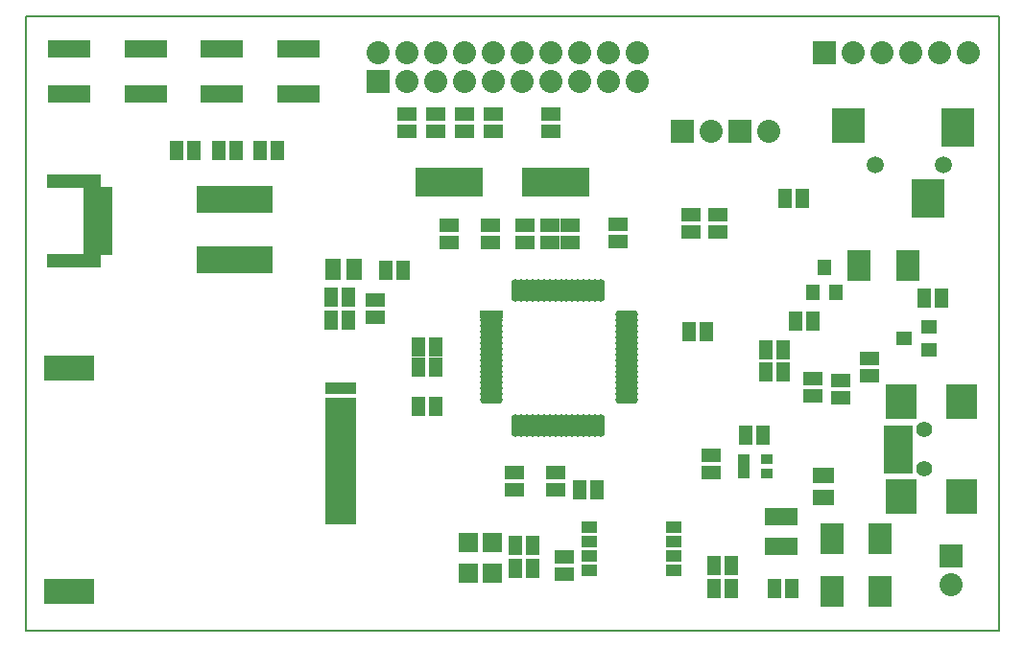
<source format=gts>
G04 (created by PCBNEW-RS274X (2011-06-08)-testing) date Sa 02 Jul 2011 20:51:35 CEST*
G01*
G70*
G90*
%MOIN*%
G04 Gerber Fmt 3.4, Leading zero omitted, Abs format*
%FSLAX34Y34*%
G04 APERTURE LIST*
%ADD10C,0.006000*%
%ADD11C,0.008000*%
%ADD12R,0.098700X0.043600*%
%ADD13R,0.185400X0.047600*%
%ADD14R,0.114500X0.136100*%
%ADD15R,0.114500X0.124300*%
%ADD16C,0.059400*%
%ADD17R,0.080000X0.080000*%
%ADD18C,0.080000*%
%ADD19R,0.236500X0.098700*%
%ADD20R,0.065000X0.045000*%
%ADD21R,0.045000X0.065000*%
%ADD22R,0.055000X0.075000*%
%ADD23R,0.075000X0.055000*%
%ADD24R,0.080000X0.029800*%
%ADD25O,0.080000X0.029800*%
%ADD26O,0.029800X0.080000*%
%ADD27R,0.051500X0.055400*%
%ADD28R,0.055400X0.051500*%
%ADD29R,0.146000X0.059400*%
%ADD30C,0.055400*%
%ADD31R,0.098700X0.039700*%
%ADD32R,0.106600X0.118400*%
%ADD33R,0.110600X0.059400*%
%ADD34R,0.110600X0.039700*%
%ADD35R,0.177500X0.086900*%
%ADD36R,0.036000X0.094800*%
%ADD37R,0.040000X0.032000*%
%ADD38R,0.043600X0.063300*%
%ADD39R,0.079800X0.110600*%
%ADD40R,0.067200X0.067200*%
%ADD41R,0.057900X0.039700*%
G04 APERTURE END LIST*
G54D10*
G54D11*
X14450Y-56300D02*
X14450Y-34950D01*
X48250Y-56300D02*
X14450Y-56300D01*
X48250Y-34950D02*
X48250Y-56300D01*
X15250Y-34950D02*
X48250Y-34950D01*
X14450Y-34950D02*
X15250Y-34950D01*
G54D12*
X16947Y-41066D03*
X16947Y-41459D03*
X16947Y-41853D03*
X16947Y-42247D03*
X16947Y-42641D03*
X16947Y-43034D03*
G54D13*
X16120Y-40672D03*
X16120Y-43428D03*
G54D14*
X46843Y-38811D03*
X45780Y-41281D03*
G54D15*
X43024Y-38752D03*
G54D16*
X46331Y-40100D03*
X43969Y-40100D03*
G54D17*
X26700Y-37200D03*
G54D18*
X26700Y-36200D03*
X27700Y-37200D03*
X27700Y-36200D03*
X28700Y-37200D03*
X28700Y-36200D03*
X29700Y-37200D03*
X29700Y-36200D03*
X30700Y-37200D03*
X30700Y-36200D03*
X31700Y-37200D03*
X31700Y-36200D03*
X32700Y-37200D03*
X32700Y-36200D03*
X33700Y-37200D03*
X33700Y-36200D03*
X34700Y-37200D03*
X34700Y-36200D03*
X35700Y-37200D03*
X35700Y-36200D03*
G54D17*
X37250Y-38950D03*
G54D18*
X38250Y-38950D03*
G54D17*
X39250Y-38950D03*
G54D18*
X40250Y-38950D03*
G54D17*
X46600Y-53700D03*
G54D18*
X46600Y-54700D03*
G54D19*
X32850Y-40700D03*
X29150Y-40700D03*
G54D20*
X33178Y-53736D03*
X33178Y-54336D03*
G54D21*
X33687Y-51400D03*
X34287Y-51400D03*
X41795Y-45537D03*
X41195Y-45537D03*
X32050Y-53350D03*
X31450Y-53350D03*
X32050Y-54150D03*
X31450Y-54150D03*
X40842Y-41267D03*
X41442Y-41267D03*
X25050Y-44700D03*
X25650Y-44700D03*
X40150Y-46550D03*
X40750Y-46550D03*
X40150Y-47300D03*
X40750Y-47300D03*
G54D20*
X32700Y-38350D03*
X32700Y-38950D03*
X30700Y-38350D03*
X30700Y-38950D03*
X29700Y-38350D03*
X29700Y-38950D03*
X28700Y-38350D03*
X28700Y-38950D03*
X27700Y-38350D03*
X27700Y-38950D03*
X42750Y-48200D03*
X42750Y-47600D03*
X43750Y-47450D03*
X43750Y-46850D03*
G54D21*
X46250Y-44750D03*
X45650Y-44750D03*
X27551Y-43763D03*
X26951Y-43763D03*
X38350Y-54050D03*
X38950Y-54050D03*
X38348Y-54857D03*
X38948Y-54857D03*
G54D20*
X35015Y-42785D03*
X35015Y-42185D03*
X32850Y-50800D03*
X32850Y-51400D03*
X29150Y-42200D03*
X29150Y-42800D03*
X31800Y-42800D03*
X31800Y-42200D03*
G54D21*
X28700Y-48500D03*
X28100Y-48500D03*
G54D20*
X30600Y-42800D03*
X30600Y-42200D03*
G54D21*
X41050Y-54850D03*
X40450Y-54850D03*
G54D20*
X38500Y-42450D03*
X38500Y-41850D03*
G54D21*
X28700Y-47150D03*
X28100Y-47150D03*
G54D20*
X37550Y-42450D03*
X37550Y-41850D03*
G54D21*
X25650Y-45500D03*
X25050Y-45500D03*
G54D20*
X33350Y-42800D03*
X33350Y-42200D03*
G54D21*
X37500Y-45900D03*
X38100Y-45900D03*
G54D20*
X26600Y-45400D03*
X26600Y-44800D03*
X41800Y-48150D03*
X41800Y-47550D03*
X31420Y-50809D03*
X31420Y-51409D03*
X32647Y-42804D03*
X32647Y-42204D03*
G54D21*
X28700Y-46450D03*
X28100Y-46450D03*
G54D22*
X25870Y-43753D03*
X25120Y-43753D03*
G54D23*
X42150Y-50925D03*
X42150Y-51675D03*
G54D24*
X30639Y-45324D03*
G54D25*
X30639Y-45521D03*
X30639Y-45718D03*
X30639Y-45915D03*
X30639Y-46112D03*
X30639Y-46308D03*
X30639Y-46505D03*
X30639Y-46702D03*
X30639Y-46899D03*
X30639Y-47096D03*
X30639Y-47293D03*
X30639Y-47489D03*
X30639Y-47686D03*
X30639Y-47883D03*
X30639Y-48080D03*
X30639Y-48277D03*
G54D26*
X31474Y-49175D03*
X31671Y-49175D03*
X31868Y-49175D03*
X32065Y-49175D03*
X32262Y-49175D03*
X32458Y-49175D03*
X32655Y-49175D03*
X32852Y-49175D03*
X33049Y-49175D03*
X33246Y-49175D03*
X33443Y-49175D03*
X33639Y-49175D03*
X33836Y-49175D03*
X34033Y-49175D03*
X34230Y-49175D03*
X34427Y-49175D03*
G54D25*
X35325Y-48277D03*
X35325Y-48080D03*
X35325Y-47883D03*
X35325Y-47686D03*
X35325Y-47489D03*
X35325Y-47293D03*
X35325Y-47096D03*
X35325Y-46899D03*
X35325Y-46702D03*
X35325Y-46505D03*
X35325Y-46308D03*
X35325Y-46112D03*
X35325Y-45915D03*
X35325Y-45718D03*
X35325Y-45521D03*
X35325Y-45324D03*
G54D26*
X34427Y-44489D03*
X34230Y-44489D03*
X33836Y-44489D03*
X34033Y-44482D03*
X33639Y-44489D03*
X33443Y-44489D03*
X33246Y-44489D03*
X33049Y-44489D03*
X32852Y-44489D03*
X32655Y-44489D03*
X32461Y-44489D03*
X32264Y-44489D03*
X32067Y-44489D03*
X31870Y-44489D03*
X31674Y-44489D03*
X31477Y-44489D03*
G54D17*
X42200Y-36200D03*
G54D18*
X43200Y-36200D03*
X44200Y-36200D03*
X45200Y-36200D03*
X46200Y-36200D03*
X47200Y-36200D03*
G54D27*
X41806Y-44533D03*
X42594Y-44533D03*
X42200Y-43667D03*
G54D28*
X45833Y-46544D03*
X45833Y-45756D03*
X44967Y-46150D03*
G54D29*
X18639Y-36063D03*
X18639Y-37637D03*
X15961Y-37637D03*
X15961Y-36063D03*
X23939Y-36063D03*
X23939Y-37637D03*
X21261Y-37637D03*
X21261Y-36063D03*
G54D30*
X45650Y-50689D03*
X45650Y-49311D03*
G54D31*
X44764Y-50315D03*
X44764Y-50000D03*
X44764Y-49685D03*
X44764Y-49370D03*
X44764Y-50630D03*
G54D32*
X44863Y-51654D03*
X44863Y-48346D03*
X46949Y-51654D03*
X46949Y-48346D03*
G54D33*
X25403Y-52294D03*
X25403Y-51794D03*
X25403Y-50794D03*
X25403Y-51294D03*
X25403Y-50294D03*
X25403Y-49794D03*
X25403Y-49294D03*
X25403Y-48794D03*
G54D34*
X25403Y-48400D03*
X25403Y-47889D03*
G54D35*
X15954Y-47172D03*
X15954Y-54928D03*
G54D36*
X22850Y-41300D03*
X22600Y-41300D03*
X22340Y-41300D03*
X22080Y-41300D03*
X21830Y-41300D03*
X21570Y-41300D03*
X21310Y-41300D03*
X21060Y-41300D03*
X20800Y-41300D03*
X20550Y-41300D03*
X20550Y-43400D03*
X20800Y-43400D03*
X21060Y-43400D03*
X21310Y-43400D03*
X21570Y-43400D03*
X21830Y-43400D03*
X22080Y-43400D03*
X22340Y-43400D03*
X22600Y-43400D03*
X22850Y-43400D03*
G54D21*
X40050Y-49500D03*
X39450Y-49500D03*
X23200Y-39600D03*
X22600Y-39600D03*
X21150Y-39600D03*
X21750Y-39600D03*
X19700Y-39600D03*
X20300Y-39600D03*
G54D20*
X38250Y-50200D03*
X38250Y-50800D03*
G54D37*
X39400Y-50350D03*
X39400Y-50850D03*
X40200Y-50350D03*
X39400Y-50600D03*
X40200Y-50850D03*
G54D38*
X40326Y-53362D03*
X40700Y-53362D03*
X41074Y-53362D03*
X40326Y-52338D03*
X40700Y-52338D03*
X41074Y-52338D03*
G54D39*
X45089Y-43600D03*
X43411Y-43600D03*
G54D40*
X30663Y-54300D03*
X29837Y-54300D03*
X30663Y-53250D03*
X29837Y-53250D03*
G54D41*
X36955Y-52700D03*
X36955Y-54200D03*
X36955Y-53700D03*
X36955Y-53200D03*
X34045Y-54200D03*
X34045Y-53700D03*
X34046Y-53200D03*
X34045Y-52700D03*
G54D39*
X44139Y-53100D03*
X42461Y-53100D03*
X44139Y-54950D03*
X42461Y-54950D03*
M02*

</source>
